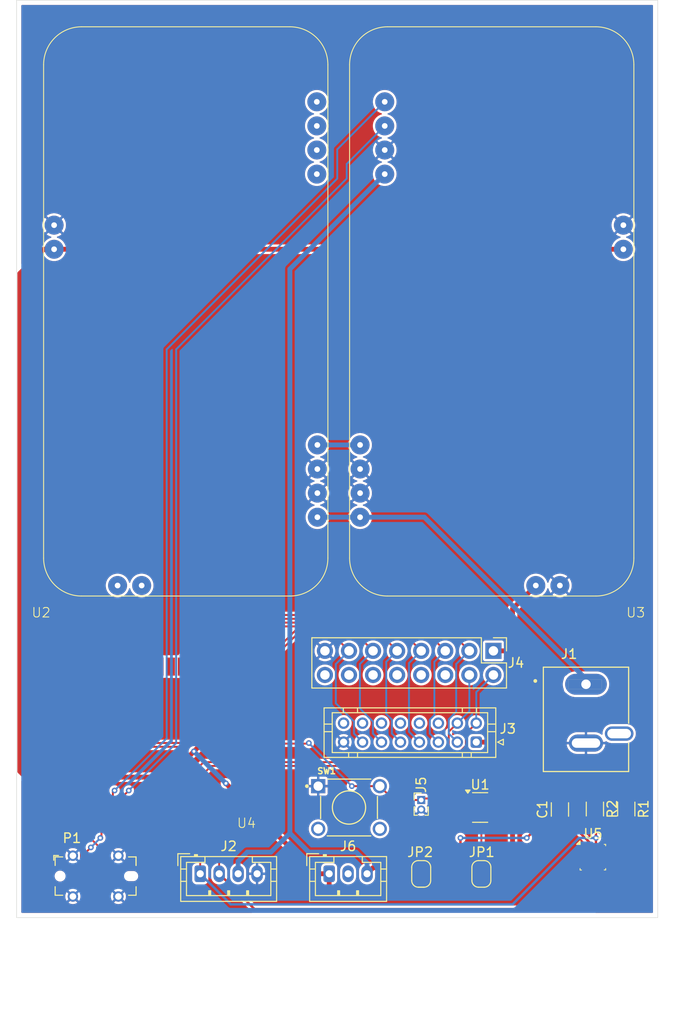
<source format=kicad_pcb>
(kicad_pcb (version 20241229) (generator "pcbnew") (generator_version "9.0")
  (layers (0 "F.Cu" signal) (2 "B.Cu" signal) (13 "F.Paste" user) (15 "B.Paste" user) (5 "F.SilkS" user "F.Silkscreen") (7 "B.SilkS" user "B.Silkscreen") (1 "F.Mask" user) (3 "B.Mask" user) (25 "Edge.Cuts" user))
  (net 0 "")
  (net 2 "+3.3V")
  (net 3 "GND")
  (net 5 "RESET")
  (net 6 "SDA")
  (net 7 "SCL")
  (net 8 "AIN2")
  (net 9 "SW2")
  (net 10 "LED2")
  (net 11 "LED1")
  (net 12 "AIN3")
  (net 13 "SW1")
  (net 14 "7-20V")
  (net 15 "USB-")
  (net 16 "UART_TX")
  (net 17 "USB+")
  (net 19 "UAART_RX")
  (net 30 "+BATT")
  (net 47 "WATCHDOGVDD")
  (net 54 "THRU")
  (net 67 "3V3")
  (net 68 "VBUS")
  (footprint "Resistor_SMD:R_1206_3216Metric_Pad1.30x1.75mm_HandSolder" (layer "F.Cu") (at 168.19 97.95 -90)
    (property "Reference" "R2" (at 0 -1.83 90) (layer "F.SilkS"))
    (property "Value" "R")
    (pad "1" smd roundrect (at -1.55 0 270) (size 1.3 1.75) (layers "F.Cu" "F.Mask" "F.Paste") (roundrect_rratio 0.192308) (net 67 "3V3"))
    (pad "2" smd roundrect (at 1.55 0 270) (size 1.3 1.75) (layers "F.Cu" "F.Mask" "F.Paste") (roundrect_rratio 0.192308) (net 6 "SDA"))
  )
  (footprint "Andy_Footprints:Voltaic_MCSBC" (layer "F.Cu") (at 141.0115 76.5 180)
    (property "Reference" "U2" (at 31.2615 -0.75 0) (layer "F.SilkS") (effects (font (thickness 0.1))))
    (property "Value" "MCSBC")
    (pad "1" thru_hole circle (at 29.891999 37.551999 180) (size 2 2) (drill 0.6) (layers "*.Cu" "*.Mask") (net 30 "+BATT"))
    (pad "2" thru_hole circle (at 29.891999 40.091999 180) (size 2 2) (drill 0.6) (layers "*.Cu" "*.Mask") (net 3 "GND"))
    (pad "3" thru_hole circle (at 23.191999 2.107999 180) (size 2 2) (drill 0.6) (layers "*.Cu" "*.Mask"))
    (pad "4" thru_hole circle (at 20.651999 2.107999 180) (size 2 2) (drill 0.6) (layers "*.Cu" "*.Mask"))
    (pad "5" thru_hole circle (at 2.107999 9.307999 180) (size 2 2) (drill 0.6) (layers "*.Cu" "*.Mask") (net 14 "7-20V"))
    (pad "6" thru_hole circle (at 2.107999 14.387999 180) (size 2 2) (drill 0.6) (layers "*.Cu" "*.Mask") (net 3 "GND"))
    (pad "7" thru_hole circle (at 2.107999 11.847999 180) (size 2 2) (drill 0.6) (layers "*.Cu" "*.Mask") (net 3 "GND"))
    (pad "8" thru_hole circle (at 2.107999 16.927999 180) (size 2 2) (drill 0.6) (layers "*.Cu" "*.Mask") (net 54 "THRU"))
    (pad "9" thru_hole circle (at 2.167999 45.471999 180) (size 2 2) (drill 0.6) (layers "*.Cu" "*.Mask"))
    (pad "10" thru_hole circle (at 2.167999 48.011999 180) (size 2 2) (drill 0.6) (layers "*.Cu" "*.Mask"))
    (pad "11" thru_hole circle (at 2.167999 50.551999 180) (size 2 2) (drill 0.6) (layers "*.Cu" "*.Mask"))
    (pad "12" thru_hole circle (at 2.167999 53.091999 180) (size 2 2) (drill 0.6) (layers "*.Cu" "*.Mask"))
  )
  (footprint "Capacitor_SMD:C_1206_3216Metric_Pad1.33x1.80mm_HandSolder" (layer "F.Cu") (at 164.5 98 90)
    (property "Reference" "C1" (at 0 -1.85 90) (layer "F.SilkS"))
    (property "Value" "BMECAP")
    (pad "1" smd roundrect (at -1.5625 0 90) (size 1.325 1.8) (layers "F.Cu" "F.Mask" "F.Paste") (roundrect_rratio 0.188679) (net 67 "3V3"))
    (pad "2" smd roundrect (at 1.5625 0 90) (size 1.325 1.8) (layers "F.Cu" "F.Mask" "F.Paste") (roundrect_rratio 0.188679) (net 3 "GND"))
  )
  (footprint "Connector_USB:USB_C_Receptacle_G-Switch_GT-USB-7051x" (layer "F.Cu") (at 115.5 105.02)
    (property "Reference" "P1" (at -2.5 -4 0) (layer "F.SilkS"))
    (property "Value" "USB_C_Plug_USB2.0")
    (pad "" np_thru_hole circle (at -3.75 0) (size 0.66 0.66) (drill 0.66) (layers "*.Cu" "*.Mask"))
    (pad "" np_thru_hole oval (at 3.75 0) (size 1 0.58) (drill oval 1 0.58) (layers "*.Cu" "*.Mask"))
    (pad "A1" smd roundrect (at -2.78 -0.76) (size 0.3 1) (layers "F.Cu" "F.Mask" "F.Paste") (net 3 "GND"))
    (pad "A4" smd roundrect (at -1.99 -0.76) (size 0.3 1) (layers "F.Cu" "F.Mask" "F.Paste") (net 68 "VBUS"))
    (pad "A5" smd roundrect (at -1.2 -0.76) (size 0.3 1) (layers "F.Cu" "F.Mask" "F.Paste"))
    (pad "A6" smd roundrect (at -0.41 -0.76) (size 0.3 1) (layers "F.Cu" "F.Mask" "F.Paste") (net 17 "USB+"))
    (pad "A7" smd roundrect (at 0.38 -0.76) (size 0.3 1) (layers "F.Cu" "F.Mask" "F.Paste") (net 15 "USB-"))
    (pad "A8" smd roundrect (at 1.17 -0.76) (size 0.3 1) (layers "F.Cu" "F.Mask" "F.Paste"))
    (pad "A9" smd roundrect (at 1.96 -0.76) (size 0.3 1) (layers "F.Cu" "F.Mask" "F.Paste") (net 68 "VBUS"))
    (pad "A12" smd roundrect (at 2.75 -0.76) (size 0.3 1) (layers "F.Cu" "F.Mask" "F.Paste") (net 3 "GND"))
    (pad "B1" smd roundrect (at 2.75 0.76) (size 0.3 1) (layers "F.Cu" "F.Mask" "F.Paste") (net 3 "GND"))
    (pad "B4" smd roundrect (at 1.96 0.76) (size 0.3 1) (layers "F.Cu" "F.Mask" "F.Paste") (net 68 "VBUS"))
    (pad "B5" smd roundrect (at 1.17 0.76) (size 0.3 1) (layers "F.Cu" "F.Mask" "F.Paste"))
    (pad "B6" smd roundrect (at 0.38 0.76) (size 0.3 1) (layers "F.Cu" "F.Mask" "F.Paste"))
    (pad "B7" smd roundrect (at -0.41 0.76) (size 0.3 1) (layers "F.Cu" "F.Mask" "F.Paste"))
    (pad "B8" smd roundrect (at -1.2 0.76) (size 0.3 1) (layers "F.Cu" "F.Mask" "F.Paste"))
    (pad "B9" smd roundrect (at -1.99 0.76) (size 0.3 1) (layers "F.Cu" "F.Mask" "F.Paste") (net 68 "VBUS"))
    (pad "B12" smd roundrect (at -2.78 0.76) (size 0.3 1) (layers "F.Cu" "F.Mask" "F.Paste") (net 3 "GND"))
    (pad "S1" thru_hole circle (at -2.4 -2.15) (size 1.1 1.1) (drill 0.7) (property pad_prop_heatsink) (layers "*.Cu" "*.Mask" "F.Paste") (net 3 "GND"))
    (pad "S1" thru_hole circle (at -2.4 2.15) (size 1.1 1.1) (drill 0.7) (property pad_prop_heatsink) (layers "*.Cu" "*.Mask" "F.Paste") (net 3 "GND"))
    (pad "S1" thru_hole circle (at 2.4 -2.15) (size 1.1 1.1) (drill 0.7) (property pad_prop_heatsink) (layers "*.Cu" "*.Mask" "F.Paste") (net 3 "GND"))
    (pad "S1" thru_hole circle (at 2.4 2.15) (size 1.1 1.1) (drill 0.7) (property pad_prop_heatsink) (layers "*.Cu" "*.Mask" "F.Paste") (net 3 "GND"))
    (zone (net 0) (net_name "") (layer "F.Cu") (name "peg") (connect_pads (clearance 0)) (min_thickness 0.254)
      (keepout (tracks not_allowed) (vias not_allowed) (pads not_allowed) (copperpour not_allowed) (footprints not_allowed))
      (fill (thermal_gap 0.508) (thermal_bridge_width 0.508))
      (polygon (pts (xy 116.3 103.22) (xy 114.7 103.22) (xy 114.7 102.52) (xy 116.3 102.52)))
    )
    (zone (net 0) (net_name "") (layer "F.Cu") (name "peg") (connect_pads (clearance 0)) (min_thickness 0.254)
      (keepout (tracks not_allowed) (vias not_allowed) (pads not_allowed) (copperpour not_allowed) (footprints not_allowed))
      (fill (thermal_gap 0.508) (thermal_bridge_width 0.508))
      (polygon (pts (xy 116.3 107.52) (xy 114.7 107.52) (xy 114.7 106.82) (xy 116.3 106.82)))
    )
  )
  (footprint "Andy_Footprints:CUI_PJ-044A" (layer "F.Cu") (at 167.25 88.5)
    (property "Reference" "J1" (at -1.78101 -6.88854 0) (layer "F.SilkS") (effects (font (size 1.001276 1.001276))))
    (property "Value" "Barrel_Jack")
    (fp_line (start -1.85 -4.2) (end 1.65 -4.2) (stroke (width 0.01)) (layer "Edge.Cuts"))
    (fp_line (start -1.85 -3.2) (end -1.85 -4.2) (stroke (width 0.01)) (layer "Edge.Cuts"))
    (fp_line (start 1.65 -4.2) (end 1.65 -3.2) (stroke (width 0.01)) (layer "Edge.Cuts"))
    (fp_line (start 1.65 -3.2) (end -1.85 -3.2) (stroke (width 0.01)) (layer "Edge.Cuts"))
    (pad "1" thru_hole oval (at 0 -3.7) (size 4.4 2.2) (drill 1) (layers "*.Cu" "*.Mask") (net 14 "7-20V"))
    (pad "2" thru_hole oval (at 0 2.5) (size 3.6 1.8) (drill oval 3 1) (layers "*.Cu" "*.Mask") (net 3 "GND"))
    (pad "3" thru_hole oval (at 3.5 1.5) (size 3.016 1.508) (drill oval 2.5 1) (layers "*.Cu" "*.Mask"))
  )
  (footprint "Jumper:SolderJumper-2_P1.3mm_Open_RoundedPad1.0x1.5mm" (layer "F.Cu") (at 156.21 104.79 90)
    (property "Reference" "JP1" (at 2.29 0.04 180) (layer "F.SilkS"))
    (property "Value" "WATCHDOG_ENABLE")
    (pad "1" smd custom (at -0.65 0 90) (size 1 0.5) (layers "F.Cu" "F.Mask") (net 67 "3V3") (options (clearance outline) (anchor rect)) (primitives (gr_circle (center 0 0.25) (end 0.5 0.25) (width 0) (fill yes)) (gr_circle (center 0 -0.25) (end 0.5 -0.25) (width 0) (fill yes)) (gr_poly (pts (xy 0.5 0.75) (xy 0 0.75) (xy 0 -0.75) (xy 0.5 -0.75)) (width 0) (fill yes))))
    (pad "2" smd custom (at 0.65 0 90) (size 1 0.5) (layers "F.Cu" "F.Mask") (net 47 "WATCHDOGVDD") (options (clearance outline) (anchor rect)) (primitives (gr_circle (center 0 0.25) (end 0.5 0.25) (width 0) (fill yes)) (gr_circle (center 0 -0.25) (end 0.5 -0.25) (width 0) (fill yes)) (gr_poly (pts (xy 0 0.75) (xy -0.5 0.75) (xy -0.5 -0.75) (xy 0 -0.75)) (width 0) (fill yes))))
  )
  (footprint "Button_Switch_THT:SW_1825910-6-4" (layer "F.Cu") (at 142.24 97.79)
    (property "Reference" "SW1" (at -2.3627 -3.844398 0) (layer "F.SilkS") (effects (font (size 0.630643 0.630643))))
    (property "Value" "RESET")
    (pad "1" thru_hole rect (at -3.25 -2.25) (size 1.498 1.498) (drill 0.99) (layers "*.Cu" "*.Mask") (net 3 "GND"))
    (pad "2" thru_hole circle (at 3.25 -2.25) (size 1.498 1.498) (drill 0.99) (layers "*.Cu" "*.Mask") (net 5 "RESET"))
    (pad "3" thru_hole circle (at -3.25 2.25) (size 1.498 1.498) (drill 0.99) (layers "*.Cu" "*.Mask"))
    (pad "4" thru_hole circle (at 3.25 2.25) (size 1.498 1.498) (drill 0.99) (layers "*.Cu" "*.Mask"))
  )
  (footprint "Jumper:SolderJumper-2_P1.3mm_Open_RoundedPad1.0x1.5mm" (layer "F.Cu") (at 149.86 104.79 90)
    (property "Reference" "JP2" (at 2.29 -0.11 180) (layer "F.SilkS"))
    (property "Value" "PWR_SW_BYPASS")
    (pad "1" smd custom (at -0.65 0 90) (size 1 0.5) (layers "F.Cu" "F.Mask") (net 2 "+3.3V") (options (clearance outline) (anchor rect)) (primitives (gr_circle (center 0 0.25) (end 0.5 0.25) (width 0) (fill yes)) (gr_circle (center 0 -0.25) (end 0.5 -0.25) (width 0) (fill yes)) (gr_poly (pts (xy 0.5 0.75) (xy 0 0.75) (xy 0 -0.75) (xy 0.5 -0.75)) (width 0) (fill yes))))
    (pad "2" smd custom (at 0.65 0 90) (size 1 0.5) (layers "F.Cu" "F.Mask") (net 67 "3V3") (options (clearance outline) (anchor rect)) (primitives (gr_circle (center 0 0.25) (end 0.5 0.25) (width 0) (fill yes)) (gr_circle (center 0 -0.25) (end 0.5 -0.25) (width 0) (fill yes)) (gr_poly (pts (xy 0 0.75) (xy -0.5 0.75) (xy -0.5 -0.75) (xy 0 -0.75)) (width 0) (fill yes))))
  )
  (footprint "Andy_Footprints:RAK4630" (layer "F.Cu") (at 121.92 91.44 180)
    (property "Reference" "U4" (at -9.5 -8 0) (layer "F.SilkS") (effects (font (thickness 0.1))))
    (property "Value" "RAK4630")
    (pad "1" smd rect (at 8.200002 -6.300001 180) (size 0.9 1.9) (layers "F.Cu" "F.Mask" "F.Paste") (net 68 "VBUS"))
    (pad "2" smd rect (at 7 -6.300001 180) (size 0.9 1.9) (layers "F.Cu" "F.Mask" "F.Paste") (net 15 "USB-"))
    (pad "3" smd rect (at 5.8 -6.300001 180) (size 0.9 1.9) (layers "F.Cu" "F.Mask" "F.Paste") (net 17 "USB+"))
    (pad "4" smd rect (at 4.6 -6.300001 180) (size 0.9 1.9) (layers "F.Cu" "F.Mask" "F.Paste") (net 6 "SDA"))
    (pad "5" smd rect (at 3.4 -6.300001 180) (size 0.9 1.9) (layers "F.Cu" "F.Mask" "F.Paste") (net 7 "SCL"))
    (pad "6" smd rect (at 2.2 -6.3 180) (size 0.9 1.9) (layers "F.Cu" "F.Mask" "F.Paste"))
    (pad "7" smd rect (at 1 -6.3 180) (size 0.9 1.9) (layers "F.Cu" "F.Mask" "F.Paste"))
    (pad "8" smd rect (at -0.2 -6.3 180) (size 0.9 1.9) (layers "F.Cu" "F.Mask" "F.Paste"))
    (pad "9" smd rect (at -1.4 -6.3 180) (size 0.9 1.9) (layers "F.Cu" "F.Mask" "F.Paste") (net 19 "UAART_RX"))
    (pad "10" smd rect (at -2.6 -6.3 180) (size 0.9 1.9) (layers "F.Cu" "F.Mask" "F.Paste") (net 16 "UART_TX"))
    (pad "11" smd rect (at -3.8 -6.3 180) (size 0.9 1.9) (layers "F.Cu" "F.Mask" "F.Paste"))
    (pad "12" smd rect (at -5 -6.3 180) (size 0.9 1.9) (layers "F.Cu" "F.Mask" "F.Paste"))
    (pad "13" smd rect (at -6.2 -6.3 180) (size 0.9 1.9) (layers "F.Cu" "F.Mask" "F.Paste"))
    (pad "14" smd rect (at -11.5 -4.418 180) (size 1.9 0.9) (layers "F.Cu" "F.Mask" "F.Paste") (net 3 "GND"))
    (pad "15" smd rect (at -11.499997 -3.218002 180) (size 1.9 0.9) (layers "F.Cu" "F.Mask" "F.Paste"))
    (pad "16" smd rect (at -11.499997 -0.818002 180) (size 1.9 0.9) (layers "F.Cu" "F.Mask" "F.Paste") (net 3 "GND"))
    (pad "17" smd rect (at -11.499997 0.381998 180) (size 1.9 0.9) (layers "F.Cu" "F.Mask" "F.Paste") (net 5 "RESET"))
    (pad "18" smd rect (at -11.499997 1.581998 180) (size 1.9 0.9) (layers "F.Cu" "F.Mask" "F.Paste"))
    (pad "19" smd rect (at -11.499997 2.781998 180) (size 1.9 0.9) (layers "F.Cu" "F.Mask" "F.Paste"))
    (pad "20" smd rect (at -11.499997 3.981998 180) (size 1.9 0.9) (layers "F.Cu" "F.Mask" "F.Paste") (net 67 "3V3"))
    (pad "21" smd rect (at -11.499997 5.181998 180) (size 1.9 0.9) (layers "F.Cu" "F.Mask" "F.Paste") (net 67 "3V3"))
    (pad "22" smd rect (at -11.499997 6.381998 180) (size 1.9 0.9) (layers "F.Cu" "F.Mask" "F.Paste") (net 3 "GND"))
    (pad "23" smd rect (at -8.700001 8.499998 180) (size 0.9 1.9) (layers "F.Cu" "F.Mask" "F.Paste"))
    (pad "24" smd rect (at -7.5 8.499999 180) (size 0.9 1.9) (layers "F.Cu" "F.Mask" "F.Paste"))
    (pad "25" smd rect (at -6.3 8.499999 180) (size 0.9 1.9) (layers "F.Cu" "F.Mask" "F.Paste") (net 13 "SW1"))
    (pad "26" smd rect (at -5.1 8.499999 180) (size 0.9 1.9) (layers "F.Cu" "F.Mask" "F.Paste") (net 9 "SW2"))
    (pad "27" smd rect (at -3.9 8.499999 180) (size 0.9 1.9) (layers "F.Cu" "F.Mask" "F.Paste") (net 11 "LED1"))
    (pad "28" smd rect (at -2.7 8.499999 180) (size 0.9 1.9) (layers "F.Cu" "F.Mask" "F.Paste") (net 10 "LED2"))
    (pad "29" smd rect (at -1.5 8.5 180) (size 0.9 1.9) (layers "F.Cu" "F.Mask" "F.Paste"))
    (pad "30" smd rect (at -0.300001 8.499998 180) (size 0.9 1.9) (layers "F.Cu" "F.Mask" "F.Paste"))
    (pad "31" smd rect (at 0.899999 8.499998 180) (size 0.9 1.9) (layers "F.Cu" "F.Mask" "F.Paste"))
    (pad "32" smd rect (at 2.1 8.5 180) (size 0.9 1.9) (layers "F.Cu" "F.Mask" "F.Paste"))
    (pad "33" smd rect (at 3.3 8.499998 180) (size 0.9 1.9) (layers "F.Cu" "F.Mask" "F.Paste"))
    (pad "34" smd rect (at 4.5 8.499998 180) (size 0.9 1.9) (layers "F.Cu" "F.Mask" "F.Paste"))
    (pad "35" smd rect (at 5.7 8.499998 180) (size 0.9 1.9) (layers "F.Cu" "F.Mask" "F.Paste") (net 3 "GND"))
    (pad "36" smd rect (at 11.5 6.449 180) (size 1.9 0.9) (layers "F.Cu" "F.Mask" "F.Paste") (net 3 "GND"))
    (pad "37" smd rect (at 11.5 5.249 180) (size 1.9 0.9) (layers "F.Cu" "F.Mask" "F.Paste"))
    (pad "38" smd rect (at 11.500001 2.849 180) (size 1.9 0.9) (layers "F.Cu" "F.Mask" "F.Paste") (net 3 "GND"))
    (pad "39" smd rect (at 11.5 1.649 180) (size 1.9 0.9) (layers "F.Cu" "F.Mask" "F.Paste"))
    (pad "40" smd rect (at 11.5 0.449 180) (size 1.9 0.9) (layers "F.Cu" "F.Mask" "F.Paste") (net 12 "AIN3"))
    (pad "41" smd rect (at 11.5 -0.751 180) (size 1.9 0.9) (layers "F.Cu" "F.Mask" "F.Paste") (net 8 "AIN2"))
    (pad "42" smd rect (at 11.5 -1.951 180) (size 1.9 0.9) (layers "F.Cu" "F.Mask" "F.Paste") (net 3 "GND"))
    (pad "43" smd rect (at 11.5 -3.151 180) (size 1.9 0.9) (layers "F.Cu" "F.Mask" "F.Paste") (net 67 "3V3"))
    (pad "44" smd rect (at 11.5 -4.351 180) (size 1.9 0.9) (layers "F.Cu" "F.Mask" "F.Paste") (net 30 "+BATT"))
  )
  (footprint "Connector_JST:JST_PH_B3B-PH-K_1x03_P2.00mm_Vertical" (layer "F.Cu") (at 140.145 104.775)
    (property "Reference" "J6" (at 2 -2.9 0) (layer "F.SilkS"))
    (property "Value" "Power_Switch")
    (pad "1" thru_hole roundrect (at 0 0 180) (size 1.2 1.75) (drill 0.75) (layers "*.Cu" "*.Mask") (roundrect_rratio 0.208333) (net 2 "+3.3V"))
    (pad "2" thru_hole oval (at 2 0 180) (size 1.2 1.75) (drill 0.75) (layers "*.Cu" "*.Mask"))
    (pad "3" thru_hole oval (at 4 0 180) (size 1.2 1.75) (drill 0.75) (layers "*.Cu" "*.Mask") (net 67 "3V3"))
  )
  (footprint "Package_LGA:Bosch_LGA-8_2.5x2.5mm_P0.65mm_ClockwisePinNumbering" (layer "F.Cu") (at 167.975 103.025)
    (property "Reference" "U5" (at 0.015 -2.465 0) (layer "F.SilkS"))
    (property "Value" "BME280")
    (pad "1" smd rect (at -0.975 -1.025 90) (size 0.5 0.35) (layers "F.Cu" "F.Mask" "F.Paste") (net 3 "GND"))
    (pad "2" smd rect (at -0.325 -1.025 90) (size 0.5 0.35) (layers "F.Cu" "F.Mask" "F.Paste") (net 67 "3V3"))
    (pad "3" smd rect (at 0.325 -1.025 90) (size 0.5 0.35) (layers "F.Cu" "F.Mask" "F.Paste") (net 6 "SDA"))
    (pad "4" smd rect (at 0.975 -1.025 90) (size 0.5 0.35) (layers "F.Cu" "F.Mask" "F.Paste") (net 7 "SCL"))
    (pad "5" smd rect (at 0.975 1.025 90) (size 0.5 0.35) (layers "F.Cu" "F.Mask" "F.Paste") (net 3 "GND"))
    (pad "6" smd rect (at 0.325 1.025 90) (size 0.5 0.35) (layers "F.Cu" "F.Mask" "F.Paste") (net 67 "3V3"))
    (pad "7" smd rect (at -0.325 1.025 90) (size 0.5 0.35) (layers "F.Cu" "F.Mask" "F.Paste") (net 3 "GND"))
    (pad "8" smd rect (at -0.975 1.025 90) (size 0.5 0.35) (layers "F.Cu" "F.Mask" "F.Paste") (net 67 "3V3"))
  )
  (footprint "Connector_PinHeader_1.00mm:PinHeader_1x02_P1.00mm_Vertical" (layer "F.Cu") (at 149.86 97)
    (property "Reference" "J5" (at 0 -1.61 90) (layer "F.SilkS"))
    (property "Value" "Remote_Reset")
    (pad "1" thru_hole rect (at 0 0 270) (size 0.85 0.85) (drill 0.5) (layers "*.Cu" "*.Mask") (net 5 "RESET"))
    (pad "2" thru_hole circle (at 0 1 270) (size 0.85 0.85) (drill 0.5) (layers "*.Cu" "*.Mask") (net 3 "GND"))
  )
  (footprint "Resistor_SMD:R_1206_3216Metric_Pad1.30x1.75mm_HandSolder" (layer "F.Cu") (at 171.5 97.95 -90)
    (property "Reference" "R1" (at 0 -1.83 90) (layer "F.SilkS"))
    (property "Value" "R")
    (pad "1" smd roundrect (at -1.55 0 270) (size 1.3 1.75) (layers "F.Cu" "F.Mask" "F.Paste") (roundrect_rratio 0.192308) (net 67 "3V3"))
    (pad "2" smd roundrect (at 1.55 0 270) (size 1.3 1.75) (layers "F.Cu" "F.Mask" "F.Paste") (roundrect_rratio 0.192308) (net 7 "SCL"))
  )
  (footprint "Connector_JST:JST_PH_B4B-PH-K_1x04_P2.00mm_Vertical" (layer "F.Cu") (at 126.54 104.775)
    (property "Reference" "J2" (at 3 -2.9 0) (layer "F.SilkS"))
    (property "Value" "I2C")
    (pad "1" thru_hole roundrect (at 0 0) (size 1.2 1.75) (drill 0.75) (layers "*.Cu" "*.Mask") (roundrect_rratio 0.208333) (net 6 "SDA"))
    (pad "2" thru_hole oval (at 2 0) (size 1.2 1.75) (drill 0.75) (layers "*.Cu" "*.Mask") (net 7 "SCL"))
    (pad "3" thru_hole oval (at 4 0) (size 1.2 1.75) (drill 0.75) (layers "*.Cu" "*.Mask") (net 67 "3V3"))
    (pad "4" thru_hole oval (at 6 0) (size 1.2 1.75) (drill 0.75) (layers "*.Cu" "*.Mask") (net 3 "GND"))
  )
  (footprint "Connector_PinHeader_2.54mm:PinHeader_2x08_P2.54mm_Vertical" (layer "F.Cu") (at 157.48 81.28 -90)
    (property "Reference" "J4" (at 1.27 -2.38 0) (layer "F.SilkS"))
    (property "Value" "HEADER_2.54")
    (pad "1" thru_hole rect (at 0 0 270) (size 1.7 1.7) (drill 1) (layers "*.Cu" "*.Mask") (net 67 "3V3"))
    (pad "2" thru_hole circle (at 2.54 0 270) (size 1.7 1.7) (drill 1) (layers "*.Cu" "*.Mask") (net 16 "UART_TX"))
    (pad "3" thru_hole circle (at 0 2.54 270) (size 1.7 1.7) (drill 1) (layers "*.Cu" "*.Mask") (net 10 "LED2"))
    (pad "4" thru_hole circle (at 2.54 2.54 270) (size 1.7 1.7) (drill 1) (layers "*.Cu" "*.Mask") (net 19 "UAART_RX"))
    (pad "5" thru_hole circle (at 0 5.08 270) (size 1.7 1.7) (drill 1) (layers "*.Cu" "*.Mask") (net 11 "LED1"))
    (pad "6" thru_hole circle (at 2.54 5.08 270) (size 1.7 1.7) (drill 1) (layers "*.Cu" "*.Mask"))
    (pad "7" thru_hole circle (at 0 7.62 270) (size 1.7 1.7) (drill 1) (layers "*.Cu" "*.Mask") (net 9 "SW2"))
    (pad "8" thru_hole circle (at 2.54 7.62 270) (size 1.7 1.7) (drill 1) (layers "*.Cu" "*.Mask"))
    (pad "9" thru_hole circle (at 0 10.16 270) (size 1.7 1.7) (drill 1) (layers "*.Cu" "*.Mask") (net 13 "SW1"))
    (pad "10" thru_hole circle (at 2.54 10.16 270) (size 1.7 1.7) (drill 1) (layers "*.Cu" "*.Mask"))
    (pad "11" thru_hole circle (at 0 12.7 270) (size 1.7 1.7) (drill 1) (layers "*.Cu" "*.Mask") (net 12 "AIN3"))
    (pad "12" thru_hole circle (at 2.54 12.7 270) (size 1.7 1.7) (drill 1) (layers "*.Cu" "*.Mask"))
    (pad "13" thru_hole circle (at 0 15.24 270) (size 1.7 1.7) (drill 1) (layers "*.Cu" "*.Mask") (net 8 "AIN2"))
    (pad "14" thru_hole circle (at 2.54 15.24 270) (size 1.7 1.7) (drill 1) (layers "*.Cu" "*.Mask"))
    (pad "15" thru_hole circle (at 0 17.78 270) (size 1.7 1.7) (drill 1) (layers "*.Cu" "*.Mask") (net 3 "GND"))
    (pad "16" thru_hole circle (at 2.54 17.78 270) (size 1.7 1.7) (drill 1) (layers "*.Cu" "*.Mask"))
  )
  (footprint "Andy_Footprints:Voltaic_SVR" (layer "F.Cu") (at 141.302 14.5)
    (property "Reference" "U3" (at 31.198 62.75 0) (layer "F.SilkS") (effects (font (thickness 0.1))))
    (property "Value" "SVR")
    (pad "1" thru_hole circle (at 4.708 8.908) (size 2 2) (drill 0.6) (layers "*.Cu" "*.Mask") (net 6 "SDA"))
    (pad "2" thru_hole circle (at 4.708 11.448) (size 2 2) (drill 0.6) (layers "*.Cu" "*.Mask") (net 7 "SCL"))
    (pad "3" thru_hole circle (at 4.708 16.528) (size 2 2) (drill 0.6) (layers "*.Cu" "*.Mask") (net 67 "3V3"))
    (pad "4" thru_hole circle (at 29.892 21.908) (size 2 2) (drill 0.6) (layers "*.Cu" "*.Mask") (net 3 "GND"))
    (pad "5" thru_hole circle (at 29.892 24.448) (size 2 2) (drill 0.6) (layers "*.Cu" "*.Mask") (net 30 "+BATT"))
    (pad "6" thru_hole circle (at 2.108 47.612) (size 2 2) (drill 0.6) (layers "*.Cu" "*.Mask") (net 3 "GND"))
    (pad "7" thru_hole circle (at 2.108 50.152) (size 2 2) (drill 0.6) (layers "*.Cu" "*.Mask") (net 3 "GND"))
    (pad "8" thru_hole circle (at 2.108 52.692) (size 2 2) (drill 0.6) (layers "*.Cu" "*.Mask") (net 14 "7-20V"))
    (pad "9" thru_hole circle (at 20.652 59.892) (size 2 2) (drill 0.6) (layers "*.Cu" "*.Mask") (net 2 "+3.3V"))
    (pad "10" thru_hole circle (at 23.192 59.892) (size 2 2) (drill 0.6) (layers "*.Cu" "*.Mask") (net 3 "GND"))
    (pad "11" thru_hole circle (at 4.708 13.988) (size 2 2) (drill 0.6) (layers "*.Cu" "*.Mask") (net 3 "GND"))
    (pad "12" thru_hole circle (at 2.108 45.072) (size 2 2) (drill 0.6) (layers "*.Cu" "*.Mask") (net 54 "THRU"))
  )
  (footprint "Connector_JST:JST_PHD_B16B-PHDSS_2x08_P2.00mm_Vertical" (layer "F.Cu") (at 155.67 90.9 180)
    (property "Reference" "J3" (at -3.33 1.4 0) (layer "F.SilkS"))
    (property "Value" "HEADER")
    (pad "1" thru_hole roundrect (at 0 0 180) (size 1.2 1.2) (drill 0.75) (layers "*.Cu" "*.Mask") (roundrect_rratio 0.208333) (net 67 "3V3"))
    (pad "2" thru_hole circle (at 0 2 180) (size 1.2 1.2) (drill 0.75) (layers "*.Cu" "*.Mask") (net 16 "UART_TX"))
    (pad "3" thru_hole circle (at 2 0 180) (size 1.2 1.2) (drill 0.75) (layers "*.Cu" "*.Mask") (net 10 "LED2"))
    (pad "4" thru_hole circle (at 2 2 180) (size 1.2 1.2) (drill 0.75) (layers "*.Cu" "*.Mask") (net 19 "UAART_RX"))
    (pad "5" thru_hole circle (at 4 0 180) (size 1.2 1.2) (drill 0.75) (layers "*.Cu" "*.Mask") (net 11 "LED1"))
    (pad "6" thru_hole circle (at 4 2 180) (size 1.2 1.2) (drill 0.75) (layers "*.Cu" "*.Mask"))
    (pad "7" thru_hole circle (at 6 0 180) (size 1.2 1.2) (drill 0.75) (layers "*.Cu" "*.Mask") (net 9 "SW2"))
    (pad "8" thru_hole circle (at 6 2 180) (size 1.2 1.2) (drill 0.75) (layers "*.Cu" "*.Mask"))
    (pad "9" thru_hole circle (at 8 0 180) (size 1.2 1.2) (drill 0.75) (layers "*.Cu" "*.Mask") (net 13 "SW1"))
    (pad "10" thru_hole circle (at 8 2 180) (size 1.2 1.2) (drill 0.75) (layers "*.Cu" "*.Mask"))
    (pad "11" thru_hole circle (at 10 0 180) (size 1.2 1.2) (drill 0.75) (layers "*.Cu" "*.Mask") (net 12 "AIN3"))
    (pad "12" thru_hole circle (at 10 2 180) (size 1.2 1.2) (drill 0.75) (layers "*.Cu" "*.Mask"))
    (pad "13" thru_hole circle (at 12 0 180) (size 1.2 1.2) (drill 0.75) (layers "*.Cu" "*.Mask") (net 8 "AIN2"))
    (pad "14" thru_hole circle (at 12 2 180) (size 1.2 1.2) (drill 0.75) (layers "*.Cu" "*.Mask"))
    (pad "15" thru_hole circle (at 14 0 180) (size 1.2 1.2) (drill 0.75) (layers "*.Cu" "*.Mask") (net 3 "GND"))
    (pad "16" thru_hole circle (at 14 2 180) (size 1.2 1.2) (drill 0.75) (layers "*.Cu" "*.Mask"))
  )
  (footprint "Package_TO_SOT_SMD:SOT-23-6" (layer "F.Cu") (at 156.0775 97.79)
    (property "Reference" "U1" (at 0 -2.4 0) (layer "F.SilkS"))
    (property "Value" "TPS3808DBV")
    (pad "1" smd roundrect (at -1.1375 -0.95) (size 1.325 0.6) (layers "F.Cu" "F.Mask" "F.Paste") (net 5 "RESET"))
    (pad "2" smd roundrect (at -1.1375 0) (size 1.325 0.6) (layers "F.Cu" "F.Mask" "F.Paste") (net 3 "GND"))
    (pad "3" smd roundrect (at -1.1375 0.95) (size 1.325 0.6) (layers "F.Cu" "F.Mask" "F.Paste"))
    (pad "4" smd roundrect (at 1.1375 0.95) (size 1.325 0.6) (layers "F.Cu" "F.Mask" "F.Paste"))
    (pad "5" smd roundrect (at 1.1375 0) (size 1.325 0.6) (layers "F.Cu" "F.Mask" "F.Paste") (net 47 "WATCHDOGVDD"))
    (pad "6" smd roundrect (at 1.1375 -0.95) (size 1.325 0.6) (layers "F.Cu" "F.Mask" "F.Paste") (net 47 "WATCHDOGVDD"))
  )
  (gr_rect (start 107.16 12.7) (end 174.82 109.4) (stroke (width 0.05)) (fill no) (layer "Edge.Cuts"))
  (segment (start 149.86 105.44) (end 149.86 106.89) (width 0.508) (layer "F.Cu") (net 2))
  (segment (start 159.5 90.5) (end 159.5 105.5) (width 0.508) (layer "F.Cu") (net 2))
  (segment (start 159.5 90.5) (end 159.5 83) (width 0.508) (layer "F.Cu") (net 2))
  (segment (start 123.159 94.591) (end 125.875 91.875) (width 0.508) (layer "F.Cu") (net 2))
  (segment (start 136.25 102.25) (end 129.25 95.25) (width 0.508) (layer "F.Cu") (net 2))
  (segment (start 140.145 104.775) (end 140.145 106.395) (width 0.508) (layer "F.Cu") (net 2))
  (segment (start 138.775 104.775) (end 140.145 104.775) (width 0.508) (layer "F.Cu") (net 2))
  (segment (start 129.625 88.125) (end 131.491998 86.258002) (width 0.508) (layer "F.Cu") (net 2))
  (segment (start 159.5 90.9) (end 159.5 90.5) (width 0.508) (layer "F.Cu") (net 2))
  (segment (start 110.42 94.591) (end 123.159 94.591) (width 0.508) (layer "F.Cu") (net 2))
  (segment (start 133.419997 87.458002) (end 130.291998 87.458002) (width 0.508) (layer "F.Cu") (net 2))
  (segment (start 159.5 76.846) (end 161.954 74.392) (width 0.508) (layer "F.Cu") (net 2))
  (segment (start 140.145 106.395) (end 140.75 107) (width 0.508) (layer "F.Cu") (net 2))
  (segment (start 131.491998 86.258002) (end 133.419997 86.258002) (width 0.508) (layer "F.Cu") (net 2))
  (segment (start 136.25 102.25) (end 138.775 104.775) (width 0.508) (layer "F.Cu") (net 2))
  (segment (start 159.5 83) (end 159.5 76.846) (width 0.508) (layer "F.Cu") (net 2))
  (segment (start 159.5 82) (end 158.78 81.28) (width 0.508) (layer "F.Cu") (net 2))
  (segment (start 158.78 81.28) (end 157.48 81.28) (width 0.508) (layer "F.Cu") (net 2))
  (segment (start 159.5 105.5) (end 158 107) (width 0.508) (layer "F.Cu") (net 2))
  (segment (start 155.67 90.9) (end 159.5 90.9) (width 0.508) (layer "F.Cu") (net 2))
  (segment (start 158 107) (end 155.5 107) (width 0.508) (layer "F.Cu") (net 2))
  (segment (start 159.5 98.5) (end 159.5 105.5) (width 0.2) (layer "F.Cu") (net 2))
  (segment (start 159.5 83) (end 159.5 82) (width 0.508) (layer "F.Cu") (net 2))
  (segment (start 130.291998 87.458002) (end 129.625 88.125) (width 0.508) (layer "F.Cu") (net 2))
  (segment (start 149.75 107) (end 155.5 107) (width 0.508) (layer "F.Cu") (net 2))
  (segment (start 125.875 91.875) (end 129.625 88.125) (width 0.508) (layer "F.Cu") (net 2))
  (segment (start 140.75 107) (end 149.75 107) (width 0.508) (layer "F.Cu") (net 2))
  (segment (start 149.86 106.89) (end 149.75 107) (width 0.508) (layer "F.Cu") (net 2))
  (via (at 129.25 95.25) (size 0.6) (drill 0.3) (layers "F.Cu" "B.Cu") (net 2))
  (via (at 125.875 91.875) (size 0.6) (drill 0.3) (layers "F.Cu" "B.Cu") (net 2))
  (segment (start 129.25 95.25) (end 125.875 91.875) (width 0.508) (layer "B.Cu") (net 2))
  (segment (start 110.42 93.391) (end 108.891 93.391) (width 0.508) (layer "F.Cu") (net 3))
  (segment (start 108.891 93.391) (end 108.75 93.25) (width 0.508) (layer "F.Cu") (net 3))
  (segment (start 112.48 105.52) (end 112.5 105.5) (width 0.2) (layer "F.Cu") (net 3))
  (segment (start 110.42 93.391) (end 112.109 93.391) (width 0.508) (layer "F.Cu") (net 3))
  (segment (start 112.48 105.78) (end 112.48 105.52) (width 0.2) (layer "F.Cu") (net 3))
  (segment (start 112.109 93.391) (end 112.25 93.25) (width 0.508) (layer "F.Cu") (net 3))
  (segment (start 112.48 105.78) (end 112.48 104.26) (width 0.2) (layer "F.Cu") (net 3))
  (segment (start 138.058002 91.058002) (end 138 91) (width 0.2) (layer "F.Cu") (net 5))
  (segment (start 142.54 95.54) (end 145.49 95.54) (width 0.2) (layer "F.Cu") (net 5))
  (segment (start 145.49 95.54) (end 146.95 97) (width 0.2) (layer "F.Cu") (net 5))
  (segment (start 146.95 97) (end 149.86 97) (width 0.2) (layer "F.Cu") (net 5))
  (segment (start 133.419997 91.058002) (end 138.058002 91.058002) (width 0.2) (layer "F.Cu") (net 5))
  (segment (start 154.94 96.84) (end 150.02 96.84) (width 0.2) (layer "F.Cu") (net 5))
  (segment (start 150.02 96.84) (end 149.86 97) (width 0.2) (layer "F.Cu") (net 5))
  (via (at 142.54 95.54) (size 0.6) (drill 0.3) (layers "F.Cu" "B.Cu") (net 5))
  (via (at 138 91) (size 0.6) (drill 0.3) (layers "F.Cu" "B.Cu") (net 5))
  (segment (start 138 91) (end 142.54 95.54) (width 0.2) (layer "B.Cu") (net 5))
  (segment (start 117.32 97.740001) (end 117.32 96.18) (width 0.2) (layer "F.Cu") (net 6))
  (segment (start 117.32 96.18) (end 117.5 96) (width 0.2) (layer "F.Cu") (net 6))
  (segment (start 126.54 104.775) (end 126.54 103.04) (width 0.2) (layer "F.Cu") (net 6))
  (segment (start 168.3 99.61) (end 168.19 99.5) (width 0.254) (layer "F.Cu") (net 6))
  (segment (start 117.32 99.07) (end 117.32 97.740001) (width 0.2) (layer "F.Cu") (net 6))
  (segment (start 168.3 102) (end 168.3 101) (width 0.254) (layer "F.Cu") (net 6))
  (segment (start 125.151 101.651) (end 119.901 101.651) (width 0.2) (layer "F.Cu") (net 6))
  (segment (start 119.901 101.651) (end 117.32 99.07) (width 0.2) (layer "F.Cu") (net 6))
  (segment (start 126.54 103.04) (end 125.151 101.651) (width 0.2) (layer "F.Cu") (net 6))
  (segment (start 168.3 101) (end 168.3 99.61) (width 0.254) (layer "F.Cu") (net 6))
  (via (at 117.5 96) (size 0.6) (drill 0.3) (layers "F.Cu" "B.Cu") (net 6))
  (via (at 168.3 101) (size 0.6) (drill 0.3) (layers "F.Cu" "B.Cu") (net 6))
  (segment (start 141 31.5) (end 141 28.418) (width 0.2) (layer "B.Cu") (net 6))
  (segment (start 166.5 101) (end 159.5 108) (width 0.254) (layer "B.Cu") (net 6))
  (segment (start 159.5 108) (end 129.765 108) (width 0.254) (layer "B.Cu") (net 6))
  (segment (start 141 28.418) (end 146.01 23.408) (width 0.2) (layer "B.Cu") (net 6))
  (segment (start 168.3 101) (end 166.5 101) (width 0.254) (layer "B.Cu") (net 6))
  (segment (start 117.5 96) (end 123 90.5) (width 0.2) (layer "B.Cu") (net 6))
  (segment (start 123 90.5) (end 123 49.5) (width 0.2) (layer "B.Cu") (net 6))
  (segment (start 129.765 108) (end 126.54 104.775) (width 0.254) (layer "B.Cu") (net 6))
  (segment (start 123 49.5) (end 141 31.5) (width 0.2) (layer "B.Cu") (net 6))
  (segment (start 118.52 97.740001) (end 118.52 96.48) (width 0.2) (layer "F.Cu") (net 7))
  (segment (start 132.265 108.5) (end 128.54 104.775) (width 0.254) (layer "F.Cu") (net 7))
  (segment (start 126.5 101.25) (end 120.75 101.25) (width 0.2) (layer "F.Cu") (net 7))
  (segment (start 118.52 96.48) (end 119 96) (width 0.2) (layer "F.Cu") (net 7))
  (segment (start 170 102) (end 170.5 102.5) (width 0.254) (layer "F.Cu") (net 7))
  (segment (start 170.5 102.5) (end 170.5 106) (width 0.254) (layer "F.Cu") (net 7))
  (segment (start 168 108.5) (end 132.265 108.5) (width 0.254) (layer "F.Cu") (net 7))
  (segment (start 118.52 99.02) (end 118.52 97.740001) (width 0.2) (layer "F.Cu") (net 7))
  (segment (start 168.95 102) (end 169 102) (width 0.254) (layer "F.Cu") (net 7))
  (segment (start 128.54 104.775) (end 128.54 103.29) (width 0.2) (layer "F.Cu") (net 7))
  (segment (start 170.5 106) (end 168 108.5) (width 0.254) (layer "F.Cu") (net 7))
  (segment (start 168.95 102) (end 170 102) (width 0.254) (layer "F.Cu") (net 7))
  (segment (start 120.75 101.25) (end 118.52 99.02) (width 0.2) (layer "F.Cu") (net 7))
  (segment (start 128.54 103.29) (end 126.5 101.25) (width 0.2) (layer "F.Cu") (net 7))
  (segment (start 169 102) (end 171.5 99.5) (width 0.254) (layer "F.Cu") (net 7))
  (via (at 119 96) (size 0.6) (drill 0.3) (layers "F.Cu" "B.Cu") (net 7))
  (segment (start 124 49.5) (end 142 31.5) (width 0.2) (layer "B.Cu") (net 7))
  (segment (start 142 29.958) (end 146.01 25.948) (width 0.2) (layer "B.Cu") (net 7))
  (segment (start 124 91) (end 124 49.5) (width 0.2) (layer "B.Cu") (net 7))
  (segment (start 119 96) (end 124 91) (width 0.2) (layer "B.Cu") (net 7))
  (segment (start 142 31.5) (end 142 29.958) (width 0.2) (layer "B.Cu") (net 7))
  (segment (start 115.701 92.191) (end 116.5 91.392) (width 0.2) (layer "F.Cu") (net 8))
  (segment (start 110.42 92.191) (end 115.701 92.191) (width 0.2) (layer "F.Cu") (net 8))
  (segment (start 136.77855 79.505) (end 140.465 79.505) (width 0.2) (layer "F.Cu") (net 8))
  (segment (start 116.5 91.392) (end 124.89155 91.392) (width 0.2) (layer "F.Cu") (net 8))
  (segment (start 140.465 79.505) (end 142.24 81.28) (width 0.2) (layer "F.Cu") (net 8))
  (segment (start 124.89155 91.392) (end 136.77855 79.505) (width 0.2) (layer "F.Cu") (net 8))
  (segment (start 142.24 81.28) (end 140.851 82.669) (width 0.2) (layer "B.Cu") (net 8))
  (segment (start 140.851 86.806793) (end 142.769 88.724793) (width 0.2) (layer "B.Cu") (net 8))
  (segment (start 142.769 88.724793) (end 142.769 89.999) (width 0.2) (layer "B.Cu") (net 8))
  (segment (start 140.851 82.669) (end 140.851 86.806793) (width 0.2) (layer "B.Cu") (net 8))
  (segment (start 142.769 89.999) (end 143.67 90.9) (width 0.2) (layer "B.Cu") (net 8))
  (segment (start 146.882 78.302) (end 149.86 81.28) (width 0.2) (layer "F.Cu") (net 9))
  (segment (start 130.508001 78.302) (end 146.882 78.302) (width 0.2) (layer "F.Cu") (net 9))
  (segment (start 127.02 82.940001) (end 127.02 81.790001) (width 0.2) (layer "F.Cu") (net 9))
  (segment (start 127.02 81.790001) (end 130.508001 78.302) (width 0.2) (layer "F.Cu") (net 9))
  (segment (start 148.571 89.801) (end 149.67 90.9) (width 0.2) (layer "B.Cu") (net 9))
  (segment (start 149.86 81.28) (end 148.571 82.569) (width 0.2) (layer "B.Cu") (net 9))
  (segment (start 148.571 82.569) (end 148.571 89.801) (width 0.2) (layer "B.Cu") (net 9))
  (segment (start 128.910001 77.5) (end 151.16 77.5) (width 0.2) (layer "F.Cu") (net 10))
  (segment (start 124.62 81.790001) (end 128.910001 77.5) (width 0.2) (layer "F.Cu") (net 10))
  (segment (start 124.62 82.940001) (end 124.62 81.790001) (width 0.2) (layer "F.Cu") (net 10))
  (segment (start 151.16 77.5) (end 154.94 81.28) (width 0.2) (layer "F.Cu") (net 10))
  (segment (start 153.551 87.699) (end 152.769 88.481) (width 0.2) (layer "B.Cu") (net 10))
  (segment (start 153.551 82.669) (end 153.551 87.699) (width 0.2) (layer "B.Cu") (net 10))
  (segment (start 152.769 89.999) (end 153.67 90.9) (width 0.2) (layer "B.Cu") (net 10))
  (segment (start 154.94 81.28) (end 153.551 82.669) (width 0.2) (layer "B.Cu") (net 10))
  (segment (start 152.769 88.481) (end 152.769 89.999) (width 0.2) (layer "B.Cu") (net 10))
  (segment (start 125.82 81.790001) (end 129.709001 77.901) (width 0.2) (layer "F.Cu") (net 11))
  (segment (start 149.021 77.901) (end 152.4 81.28) (width 0.2) (layer "F.Cu") (net 11))
  (segment (start 125.82 82.940001) (end 125.82 81.790001) (width 0.2) (layer "F.Cu") (net 11))
  (segment (start 129.709001 77.901) (end 149.021 77.901) (width 0.2) (layer "F.Cu") (net 11))
  (segment (start 150.769 89.999) (end 151.67 90.9) (width 0.2) (layer "B.Cu") (net 11))
  (segment (start 151.249 88.046793) (end 150.769 88.526793) (width 0.2) (layer "B.Cu") (net 11))
  (segment (start 152.4 81.28) (end 151.249 82.431) (width 0.2) (layer "B.Cu") (net 11))
  (segment (start 150.769 88.526793) (end 150.769 89.999) (width 0.2) (layer "B.Cu") (net 11))
  (segment (start 151.249 82.431) (end 151.249 88.046793) (width 0.2) (layer "B.Cu") (net 11))
  (segment (start 124.72545 90.991) (end 136.61245 79.104) (width 0.2) (layer "F.Cu") (net 12))
  (segment (start 110.42 90.991) (end 124.72545 90.991) (width 0.2) (layer "F.Cu") (net 12))
  (segment (start 136.61245 79.104) (end 142.604 79.104) (width 0.2) (layer "F.Cu") (net 12))
  (segment (start 142.604 79.104) (end 144.78 81.28) (width 0.2) (layer "F.Cu") (net 12))
  (segment (start 143.391 87.346793) (end 144.769 88.724793) (width 0.2) (layer "B.Cu") (net 12))
  (segment (start 144.78 81.28) (end 143.391 82.669) (width 0.2) (layer "B.Cu") (net 12))
  (segment (start 143.391 82.669) (end 143.391 87.346793) (width 0.2) (layer "B.Cu") (net 12))
  (segment (start 144.769 89.999) (end 145.67 90.9) (width 0.2) (layer "B.Cu") (net 12))
  (segment (start 144.769 88.724793) (end 144.769 89.999) (width 0.2) (layer "B.Cu") (net 12))
  (segment (start 128.22 81.790001) (end 131.307001 78.703) (width 0.2) (layer "F.Cu") (net 13))
  (segment (start 131.307001 78.703) (end 144.743 78.703) (width 0.2) (layer "F.Cu") (net 13))
  (segment (start 144.743 78.703) (end 147.32 81.28) (width 0.2) (layer "F.Cu") (net 13))
  (segment (start 128.22 82.940001) (end 128.22 81.790001) (width 0.2) (layer "F.Cu") (net 13))
  (segment (start 146.169 82.431) (end 146.169 87.926793) (width 0.2) (layer "B.Cu") (net 13))
  (segment (start 147.32 81.28) (end 146.169 82.431) (width 0.2) (layer "B.Cu") (net 13))
  (segment (start 146.169 87.926793) (end 146.769 88.526793) (width 0.2) (layer "B.Cu") (net 13))
  (segment (start 146.769 89.999) (end 147.67 90.9) (width 0.2) (layer "B.Cu") (net 13))
  (segment (start 146.769 88.526793) (end 146.769 89.999) (width 0.2) (layer "B.Cu") (net 13))
  (segment (start 138.903501 67.192001) (end 143.41 67.192) (width 0.508) (layer "B.Cu") (net 14))
  (segment (start 166.462465 83.462465) (end 166 83) (width 0.508) (layer "B.Cu") (net 14))
  (segment (start 167.25 84.25) (end 166 83) (width 0.508) (layer "B.Cu") (net 14))
  (segment (start 166 83) (end 150.192 67.192) (width 0.508) (layer "B.Cu") (net 14))
  (segment (start 167.25 84.8) (end 167.25 84.25) (width 0.508) (layer "B.Cu") (net 14))
  (segment (start 150.192 67.192) (end 143.41 67.192) (width 0.508) (layer "B.Cu") (net 14))
  (segment (start 166.545 83.545) (end 166.462465 83.462465) (width 0.508) (layer "B.Cu") (net 14))
  (segment (start 116.401 103.261836) (end 115.88 103.782836) (width 0.2) (layer "F.Cu") (net 15))
  (segment (start 115.88 103.782836) (end 115.88 104.26) (width 0.2) (layer "F.Cu") (net 15))
  (segment (start 114.92 100.997164) (end 116.401 102.478164) (width 0.2) (layer "F.Cu") (net 15))
  (segment (start 116.401 102.478164) (end 116.401 103.261836) (width 0.2) (layer "F.Cu") (net 15))
  (segment (start 114.92 97.740001) (end 114.92 100.997164) (width 0.2) (layer "F.Cu") (net 15))
  (segment (start 154.571 89.999) (end 155.67 88.9) (width 0.2) (layer "F.Cu") (net 16))
  (segment (start 154.571 91.273207) (end 154.571 89.999) (width 0.2) (layer "F.Cu") (net 16))
  (segment (start 124.52 96.59) (end 127.699998 93.410002) (width 0.2) (layer "F.Cu") (net 16))
  (segment (start 127.699998 93.410002) (end 152.434205 93.410002) (width 0.2) (layer "F.Cu") (net 16))
  (segment (start 152.434205 93.410002) (end 154.571 91.273207) (width 0.2) (layer "F.Cu") (net 16))
  (segment (start 124.52 97.74) (end 124.52 96.59) (width 0.2) (layer "F.Cu") (net 16))
  (segment (start 155.67 85.63) (end 155.67 88.9) (width 0.2) (layer "B.Cu") (net 16))
  (segment (start 157.48 83.82) (end 155.67 85.63) (width 0.2) (layer "B.Cu") (net 16))
  (segment (start 116 101) (end 116.12 100.88) (width 0.2) (layer "F.Cu") (net 17))
  (segment (start 114.599 103.261836) (end 114.599 102.401) (width 0.2) (layer "F.Cu") (net 17))
  (segment (start 115.09 104.26) (end 115.09 103.752836) (width 0.2) (layer "F.Cu") (net 17))
  (segment (start 115.09 103.752836) (end 114.599 103.261836) (width 0.2) (layer "F.Cu") (net 17))
  (segment (start 114.599 102.401) (end 115 102) (width 0.2) (layer "F.Cu") (net 17))
  (segment (start 116.12 100.88) (end 116.12 97.740001) (width 0.2) (layer "F.Cu") (net 17))
  (via (at 116 101) (size 0.6) (drill 0.3) (layers "F.Cu" "B.Cu") (net 17))
  (via (at 115 102) (size 0.6) (drill 0.3) (layers "F.Cu" "B.Cu") (net 17))
  (segment (start 115 102) (end 116 101) (width 0.2) (layer "B.Cu") (net 17))
  (segment (start 152.769 91.231) (end 152.769 89.801) (width 0.2) (layer "F.Cu") (net 19))
  (segment (start 123.32 97.74) (end 123.32 96.59) (width 0.2) (layer "F.Cu") (net 19))
  (segment (start 123.32 96.59) (end 126.900998 93.009002) (width 0.2) (layer "F.Cu") (net 19))
  (segment (start 152.769 89.801) (end 153.67 88.9) (width 0.2) (layer "F.Cu") (net 19))
  (segment (start 150.990998 93.009002) (end 152.769 91.231) (width 0.2) (layer "F.Cu") (net 19))
  (segment (start 126.900998 93.009002) (end 150.990998 93.009002) (width 0.2) (layer "F.Cu") (net 19))
  (segment (start 154.94 83.82) (end 154.94 87.63) (width 0.2) (layer "B.Cu") (net 19))
  (segment (start 154.94 87.63) (end 153.67 88.9) (width 0.2) (layer "B.Cu") (net 19))
  (segment (start 107.5 93.981) (end 109.31 95.791) (width 0.508) (layer "F.Cu") (net 30))
  (segment (start 109.31 95.791) (end 110.42 95.791) (width 0.508) (layer "F.Cu") (net 30))
  (segment (start 111.119501 38.948001) (end 110.051999 38.948001) (width 0.508) (layer "F.Cu") (net 30))
  (segment (start 107.5 41.5) (end 107.5 93.981) (width 0.508) (layer "F.Cu") (net 30))
  (segment (start 111.119501 38.948001) (end 171.194 38.948) (width 0.508) (layer "F.Cu") (net 30))
  (segment (start 110.051999 38.948001) (end 107.5 41.5) (width 0.508) (layer "F.Cu") (net 30))
  (segment (start 156.21 98) (end 156.42 97.79) (width 0.2) (layer "F.Cu") (net 47))
  (segment (start 156.21 98) (end 156.21 97.182501) (width 0.2) (layer "F.Cu") (net 47))
  (segment (start 156.42 97.79) (end 157.215 97.79) (width 0.2) (layer "F.Cu") (net 47))
  (segment (start 156.552501 96.84) (end 157.215 96.84) (width 0.2) (layer "F.Cu") (net 47))
  (segment (start 156.21 104.14) (end 156.21 98) (width 0.2) (layer "F.Cu") (net 47))
  (segment (start 156.21 97.182501) (end 156.552501 96.84) (width 0.2) (layer "F.Cu") (net 47))
  (segment (start 138.903501 59.572001) (end 143.41 59.572) (width 0.508) (layer "B.Cu") (net 54))
  (segment (start 167.65 102) (end 167.65 101.496) (width 0.254) (layer "F.Cu") (net 67))
  (segment (start 168.3 103.081) (end 167.65 102.431) (width 0.254) (layer "F.Cu") (net 67))
  (segment (start 167.65 102.431) (end 167.65 102) (width 0.254) (layer "F.Cu") (net 67))
  (segment (start 168.19 96.4) (end 171.5 96.4) (width 0.254) (layer "F.Cu") (net 67))
  (segment (start 167 104.05) (end 167 103.044) (width 0.254) (layer "F.Cu") (net 67))
  (segment (start 167 103.044) (end 167.65 102.394) (width 0.254) (layer "F.Cu") (net 67))
  (segment (start 165.0275 99.5625) (end 168.19 96.4) (width 0.254) (layer "F.Cu") (net 67))
  (segment (start 162.4375 99.5625) (end 164.5 99.5625) (width 0.254) (layer "F.Cu") (net 67))
  (segment (start 161 101) (end 162.4375 99.5625) (width 0.254) (layer "F.Cu") (net 67))
  (segment (start 156.21 105.44) (end 153.56 105.44) (width 0.508) (layer "F.Cu") (net 67))
  (segment (start 167.65 101.496) (end 165.7165 99.5625) (width 0.254) (layer "F.Cu") (net 67))
  (segment (start 168.3 104.05) (end 168.3 103.081) (width 0.254) (layer "F.Cu") (net 67))
  (segment (start 153.56 105.44) (end 152.26 104.14) (width 0.508) (layer "F.Cu") (net 67))
  (segment (start 167.65 102.394) (end 167.65 102) (width 0.254) (layer "F.Cu") (net 67))
  (segment (start 144.78 104.14) (end 144.145 104.775) (width 0.508) (layer "F.Cu") (net 67))
  (segment (start 152.26 104.14) (end 149.86 104.14) (width 0.508) (layer "F.Cu") (net 67))
  (segment (start 149.86 104.14) (end 144.78 104.14) (width 0.508) (layer "F.Cu") (net 67))
  (segment (start 164.5 99.5625) (end 165.0275 99.5625) (width 0.254) (layer "F.Cu") (net 67))
  (segment (start 154 103) (end 152.56 104.44) (width 0.254) (layer "F.Cu") (net 67))
  (segment (start 165.7165 99.5625) (end 164.5 99.5625) (width 0.254) (layer "F.Cu") (net 67))
  (segment (start 154 101) (end 154 103) (width 0.254) (layer "F.Cu") (net 67))
  (via (at 161 101) (size 0.6) (drill 0.3) (layers "F.Cu" "B.Cu") (net 67))
  (via (at 154 101) (size 0.6) (drill 0.3) (layers "F.Cu" "B.Cu") (net 67))
  (segment (start 130.54 104.775) (end 130.54 103.46) (width 0.508) (layer "B.Cu") (net 67))
  (segment (start 154 101) (end 161 101) (width 0.254) (layer "B.Cu") (net 67))
  (segment (start 144.145 104.775) (end 144.145 103.645) (width 0.508) (layer "B.Cu") (net 67))
  (segment (start 136 41.038) (end 146.01 31.028) (width 0.508) (layer "B.Cu") (net 67))
  (segment (start 138 102.5) (end 136 100.5) (width 0.508) (layer "B.Cu") (net 67))
  (segment (start 143 102.5) (end 138 102.5) (width 0.508) (layer "B.Cu") (net 67))
  (segment (start 136 100.5) (end 136 41.038) (width 0.508) (layer "B.Cu") (net 67))
  (segment (start 134 102.5) (end 136 100.5) (width 0.508) (layer "B.Cu") (net 67))
  (segment (start 144.145 103.645) (end 143 102.5) (width 0.508) (layer "B.Cu") (net 67))
  (segment (start 130.54 103.46) (end 131.5 102.5) (width 0.508) (layer "B.Cu") (net 67))
  (segment (start 131.5 102.5) (end 134 102.5) (width 0.508) (layer "B.Cu") (net 67))
  (segment (start 116.902824 106.581) (end 117.46 106.023824) (width 0.2) (layer "F.Cu") (net 68))
  (segment (start 113.539 97.920999) (end 113.719998 97.740001) (width 0.2) (layer "F.Cu") (net 68))
  (segment (start 114.067176 106.581) (end 116.902824 106.581) (width 0.2) (layer "F.Cu") (net 68))
  (segment (start 113.951 103.319001) (end 113.951 97.971003) (width 0.2) (layer "F.Cu") (net 68))
  (segment (start 113.51 105.78) (end 113.51 105) (width 0.2) (layer "F.Cu") (net 68))
  (segment (start 113.51 105) (end 113.51 104.26) (width 0.2) (layer "F.Cu") (net 68))
  (segment (start 117.46 106.023824) (end 117.46 104.26) (width 0.2) (layer "F.Cu") (net 68))
  (segment (start 117.46 104.26) (end 117.46 105.78) (width 0.2) (layer "F.Cu") (net 68))
  (segment (start 113.51 106.023824) (end 114.067176 106.581) (width 0.2) (layer "F.Cu") (net 68))
  (segment (start 113.51 104.26) (end 113.51 103.760001) (width 0.2) (layer "F.Cu") (net 68))
  (segment (start 113.951 97.971003) (end 113.719998 97.740001) (width 0.2) (layer "F.Cu") (net 68))
  (segment (start 113.51 105) (end 113.51 106.023824) (width 0.2) (layer "F.Cu") (net 68))
  (segment (start 113.51 103.760001) (end 113.951 103.319001) (width 0.2) (layer "F.Cu") (net 68))
  (zone (net 3) (net_name "GND") (layers "F.Cu" "B.Cu") (connect_pads (clearance 0.254)) (min_thickness 0.127) (fill yes (thermal_gap 0.254) (thermal_bridge_width 0.254))
    (polygon (pts (xy 105.41 12.7) (xy 179.07 12.7) (xy 179.07 120.65) (xy 105.41 120.65)))
  )
)
</source>
